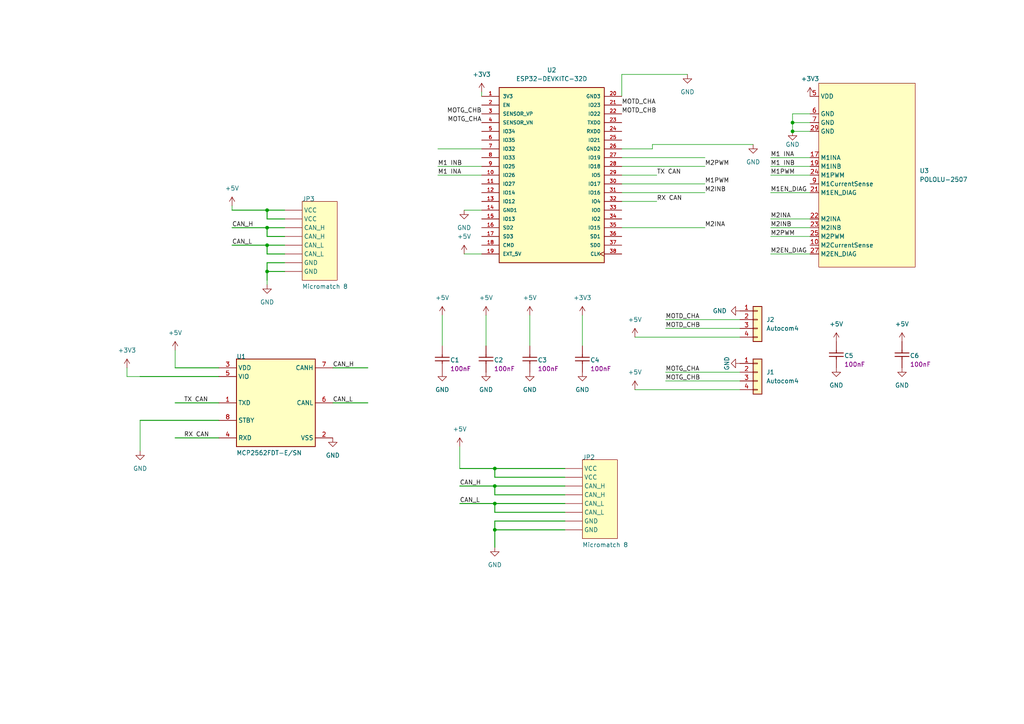
<source format=kicad_sch>
(kicad_sch (version 20231120) (generator "eeschema") (generator_version "8.0")
  (paper "A4")
  (title_block (title "Projet étudiant") (date "2022-09-29") (company "IUT de Cachan - Université Paris Saclay"))
  (lib_symbols
    (symbol "0_CRAC:POLOLU-2507"
      (property "Reference" "U" (at 3.81 5.08 0))
      (property "Value" "POLOLU-2507" (at 10.16 -50.8 0))
      (symbol "POLOLU-2507_0_1"
        (rectangle (start 2.54 3.81) (end 30.48 -49.53) (fill (type background)))
      )
      (symbol "POLOLU-2507_1_1"
        (pin output line (at 0 -43.18 0) (length 2.54) (name "M2CurrentSense") (number "10"))
        (pin input line (at 0 -17.78 0) (length 2.54) (name "M1INA") (number "17"))
        (pin input line (at 0 -20.32 0) (length 2.54) (name "M1INB") (number "19"))
        (pin input line (at 0 -27.94 0) (length 2.54) (name "M1EN_DIAG") (number "21"))
        (pin input line (at 0 -35.56 0) (length 2.54) (name "M2INA") (number "22"))
        (pin input line (at 0 -38.1 0) (length 2.54) (name "M2INB") (number "23"))
        (pin input line (at 0 -22.86 0) (length 2.54) (name "M1PWM") (number "24"))
        (pin input line (at 0 -40.64 0) (length 2.54) (name "M2PWM") (number "25"))
        (pin input line (at 0 -45.72 0) (length 2.54) (name "M2EN_DIAG") (number "27"))
        (pin power_in line (at 0 -10.16 0) (length 2.54) (name "GND") (number "29"))
        (pin power_in line (at 0 0 0) (length 2.54) (name "VDD") (number "5"))
        (pin power_in line (at 0 -5.08 0) (length 2.54) (name "GND") (number "6"))
        (pin power_in line (at 0 -7.62 0) (length 2.54) (name "GND") (number "7"))
        (pin output line (at 0 -25.4 0) (length 2.54) (name "M1CurrentSense") (number "9"))
      )
    )
    (symbol "0_Ge2:ESP32-DEVKITC-32D" (pin_names (offset 1.016))
      (property "Reference" "U" (at -15.2654 26.0604 0))
      (property "Value" "ESP32-DEVKITC-32D" (at -15.2654 -27.9654 0))
      (symbol "ESP32-DEVKITC-32D_0_0"
        (rectangle (start -15.24 -25.4) (end 15.24 25.4) (stroke (width 0.254)) (fill (type background)))
        (pin power_in line (at -20.32 22.86 0) (length 5.08) (name "3V3") (number "1"))
        (pin bidirectional line (at -20.32 0 0) (length 5.08) (name "IO26") (number "10"))
        (pin bidirectional line (at -20.32 -2.54 0) (length 5.08) (name "IO27") (number "11"))
        (pin bidirectional line (at -20.32 -5.08 0) (length 5.08) (name "IO14") (number "12"))
        (pin bidirectional line (at -20.32 -7.62 0) (length 5.08) (name "IO12") (number "13"))
        (pin power_in line (at -20.32 -10.16 0) (length 5.08) (name "GND1") (number "14"))
        (pin bidirectional line (at -20.32 -12.7 0) (length 5.08) (name "IO13") (number "15"))
        (pin bidirectional line (at -20.32 -15.24 0) (length 5.08) (name "SD2") (number "16"))
        (pin bidirectional line (at -20.32 -17.78 0) (length 5.08) (name "SD3") (number "17"))
        (pin bidirectional line (at -20.32 -20.32 0) (length 5.08) (name "CMD") (number "18"))
        (pin power_in line (at -20.32 -22.86 0) (length 5.08) (name "EXT_5V") (number "19"))
        (pin input line (at -20.32 20.32 0) (length 5.08) (name "EN") (number "2"))
        (pin power_in line (at 20.32 22.86 180) (length 5.08) (name "GND3") (number "20"))
        (pin bidirectional line (at 20.32 20.32 180) (length 5.08) (name "IO23") (number "21"))
        (pin bidirectional line (at 20.32 17.78 180) (length 5.08) (name "IO22") (number "22"))
        (pin output line (at 20.32 15.24 180) (length 5.08) (name "TXD0") (number "23"))
        (pin input line (at 20.32 12.7 180) (length 5.08) (name "RXD0") (number "24"))
        (pin bidirectional line (at 20.32 10.16 180) (length 5.08) (name "IO21") (number "25"))
        (pin power_in line (at 20.32 7.62 180) (length 5.08) (name "GND2") (number "26"))
        (pin bidirectional line (at 20.32 5.08 180) (length 5.08) (name "IO19") (number "27"))
        (pin bidirectional line (at 20.32 2.54 180) (length 5.08) (name "IO18") (number "28"))
        (pin bidirectional line (at 20.32 0 180) (length 5.08) (name "IO5") (number "29"))
        (pin input line (at -20.32 17.78 0) (length 5.08) (name "SENSOR_VP") (number "3"))
        (pin bidirectional line (at 20.32 -2.54 180) (length 5.08) (name "IO17") (number "30"))
        (pin bidirectional line (at 20.32 -5.08 180) (length 5.08) (name "IO16") (number "31"))
        (pin bidirectional line (at 20.32 -7.62 180) (length 5.08) (name "IO4") (number "32"))
        (pin bidirectional line (at 20.32 -10.16 180) (length 5.08) (name "IO0") (number "33"))
        (pin bidirectional line (at 20.32 -12.7 180) (length 5.08) (name "IO2") (number "34"))
        (pin bidirectional line (at 20.32 -15.24 180) (length 5.08) (name "IO15") (number "35"))
        (pin bidirectional line (at 20.32 -17.78 180) (length 5.08) (name "SD1") (number "36"))
        (pin bidirectional line (at 20.32 -20.32 180) (length 5.08) (name "SD0") (number "37"))
        (pin input clock (at 20.32 -22.86 180) (length 5.08) (name "CLK") (number "38"))
        (pin input line (at -20.32 15.24 0) (length 5.08) (name "SENSOR_VN") (number "4"))
        (pin bidirectional line (at -20.32 12.7 0) (length 5.08) (name "IO34") (number "5"))
        (pin bidirectional line (at -20.32 10.16 0) (length 5.08) (name "IO35") (number "6"))
        (pin bidirectional line (at -20.32 7.62 0) (length 5.08) (name "IO32") (number "7"))
        (pin bidirectional line (at -20.32 5.08 0) (length 5.08) (name "IO33") (number "8"))
        (pin bidirectional line (at -20.32 2.54 0) (length 5.08) (name "IO25") (number "9"))
      )
    )
    (symbol "0_SymbGamelGe2:Autocom4" (pin_names (offset 1.016) hide)
      (property "Reference" "J" (at 0 5.08 0))
      (property "Value" "Autocom4" (at 0 -7.62 0))
      (symbol "Autocom4_1_1"
        (rectangle (start -1.27 -4.953) (end 0 -5.207) (stroke (width 0.1524)))
        (rectangle (start -1.27 -2.413) (end 0 -2.667) (stroke (width 0.1524)))
        (rectangle (start -1.27 0.127) (end 0 -0.127) (stroke (width 0.1524)))
        (rectangle (start -1.27 2.667) (end 0 2.413) (stroke (width 0.1524)))
        (rectangle (start -1.27 3.81) (end 1.27 -6.35) (stroke (width 0.254)) (fill (type background)))
        (pin passive line (at -5.08 2.54 0) (length 3.81) (name "Pin_1") (number "1"))
        (pin passive line (at -5.08 0 0) (length 3.81) (name "Pin_2") (number "2"))
        (pin passive line (at -5.08 -2.54 0) (length 3.81) (name "Pin_3") (number "3"))
        (pin passive line (at -5.08 -5.08 0) (length 3.81) (name "Pin_4") (number "4"))
      )
    )
    (symbol "WifiCAN-altium-import:0_Conn. - CAN"
      (property "Value" "0_Conn. - CAN" (at 0 0 0))
      (symbol "0_Conn. - CAN_1_0"
        (rectangle (start 15.24 5.08) (end 5.08 -17.78) (fill (type background)))
        (pin passive line (at 0 0 0) (length 5.08) (name "VCC") (number "1"))
        (pin passive line (at 0 -12.7 0) (length 5.08) (name "GND") (number "2"))
        (pin passive line (at 0 -10.16 0) (length 5.08) (name "CAN_L") (number "3"))
        (pin passive line (at 0 -5.08 0) (length 5.08) (name "CAN_H") (number "4"))
        (pin passive line (at 0 -2.54 0) (length 5.08) (name "CAN_H") (number "5"))
        (pin passive line (at 0 -7.62 0) (length 5.08) (name "CAN_L") (number "6"))
        (pin passive line (at 0 -15.24 0) (length 5.08) (name "GND") (number "7"))
        (pin passive line (at 0 2.54 0) (length 5.08) (name "VCC") (number "8"))
      )
    )
    (symbol "WifiCAN-altium-import:0_fcb6c66e4429206983adab9201371df"
      (property "Value" "0_fcb6c66e4429206983adab9201371df" (at 0 0 0))
      (symbol "0_fcb6c66e4429206983adab9201371df_1_0"
        (rectangle (start 27.94 2.54) (end 5.08 -22.86) (stroke (width 0.254)) (fill (type background)))
        (pin input line (at 0 -10.16 0) (length 5.08) (name "TXD") (number "1"))
        (pin power_in line (at 33.02 -20.32 180) (length 5.08) (name "VSS") (number "2"))
        (pin power_in line (at 0 0 0) (length 5.08) (name "VDD") (number "3"))
        (pin output line (at 0 -20.32 0) (length 5.08) (name "RXD") (number "4"))
        (pin power_in line (at 0 -2.54 0) (length 5.08) (name "VIO") (number "5"))
        (pin bidirectional line (at 33.02 -10.16 180) (length 5.08) (name "CANL") (number "6"))
        (pin bidirectional line (at 33.02 0 180) (length 5.08) (name "CANH") (number "7"))
        (pin input line (at 0 -15.24 0) (length 5.08) (name "STBY") (number "8"))
      )
    )
    (symbol "WifiCAN-altium-import:1_Cap_np"
      (property "Value" "1_Cap_np" (at 0 0 0))
      (symbol "1_Cap_np_1_0"
        (polyline (pts (xy -2.032 4.318) (xy 2.032 4.318)) (stroke (width 0.254)))
        (polyline (pts (xy 0 2.54) (xy 0 3.302)) (stroke (width 0.254)))
        (polyline (pts (xy 0 5.08) (xy 0 4.318)) (stroke (width 0.254)))
        (polyline (pts (xy 2.032 3.302) (xy -2.032 3.302)) (stroke (width 0.254)))
        (pin passive line (at 0 0 90) (length 2.54) (name "1") (number "1"))
        (pin passive line (at 0 7.62 270) (length 2.54) (name "2") (number "2"))
      )
    )
    (symbol "power:+3V3" (power) (pin_names (offset 0))
      (property "Value" "+3V3" (at 0 3.556 0))
      (symbol "+3V3_0_1"
        (polyline (pts (xy -0.762 1.27) (xy 0 2.54)))
        (polyline (pts (xy 0 0) (xy 0 2.54)))
        (polyline (pts (xy 0 2.54) (xy 0.762 1.27)))
      )
      (symbol "+3V3_1_1"
        (pin power_in line (at 0 0 90) (length 0) hide (name "+3V3") (number "1"))
      )
    )
    (symbol "power:+5V" (power) (pin_names (offset 0))
      (property "Value" "+5V" (at 0 3.556 0))
      (symbol "+5V_0_1"
        (polyline (pts (xy -0.762 1.27) (xy 0 2.54)))
        (polyline (pts (xy 0 0) (xy 0 2.54)))
        (polyline (pts (xy 0 2.54) (xy 0.762 1.27)))
      )
      (symbol "+5V_1_1"
        (pin power_in line (at 0 0 90) (length 0) hide (name "+5V") (number "1"))
      )
    )
    (symbol "power:GND" (power) (pin_names (offset 0))
      (property "Value" "GND" (at 0 -3.81 0))
      (symbol "GND_0_1"
        (polyline (pts (xy 0 0) (xy 0 -1.27) (xy 1.27 -1.27) (xy 0 -2.54) (xy -1.27 -1.27) (xy 0 -1.27)))
      )
      (symbol "GND_1_1"
        (pin power_in line (at 0 0 270) (length 0) hide (name "GND") (number "1"))
      )
    )
  )
  (junction (at 229.87 35.56))
  (junction (at 77.47 78.74))
  (junction (at 143.51 135.89))
  (junction (at 77.47 66.04))
  (junction (at 143.51 153.67))
  (junction (at 77.47 71.12))
  (junction (at 143.51 140.97))
  (junction (at 143.51 146.05))
  (junction (at 77.47 60.96))
  (junction (at 229.87 38.1))
  (wire (pts (xy 82.55 63.5) (xy 77.47 63.5)) (stroke (width 0.254)))
  (wire (pts (xy 127 48.26) (xy 139.7 48.26)))
  (wire (pts (xy 67.31 60.96) (xy 77.47 60.96)) (stroke (width 0.254)))
  (wire (pts (xy 40.64 109.22) (xy 63.5 109.22)) (stroke (width 0.254)))
  (wire (pts (xy 77.47 76.2) (xy 77.47 78.74)) (stroke (width 0.254)))
  (wire (pts (xy 143.51 140.97) (xy 163.83 140.97)) (stroke (width 0.254)))
  (wire (pts (xy 77.47 63.5) (xy 77.47 60.96)) (stroke (width 0.254)))
  (wire (pts (xy 180.34 50.8) (xy 190.5 50.8)))
  (wire (pts (xy 143.51 143.51) (xy 143.51 140.97)) (stroke (width 0.254)))
  (wire (pts (xy 163.83 151.13) (xy 143.51 151.13)) (stroke (width 0.254)))
  (wire (pts (xy 133.35 129.54) (xy 133.35 135.89)))
  (wire (pts (xy 189.23 41.91) (xy 218.44 41.91)))
  (wire (pts (xy 143.51 148.59) (xy 143.51 146.05)) (stroke (width 0.254)))
  (wire (pts (xy 133.35 135.89) (xy 143.51 135.89)) (stroke (width 0.254)))
  (wire (pts (xy 223.52 48.26) (xy 234.95 48.26)))
  (wire (pts (xy 168.91 91.44) (xy 168.91 100.33)))
  (wire (pts (xy 180.34 58.42) (xy 190.5 58.42)))
  (wire (pts (xy 180.34 21.59) (xy 180.34 27.94)))
  (wire (pts (xy 143.51 151.13) (xy 143.51 153.67)) (stroke (width 0.254)))
  (wire (pts (xy 223.52 63.5) (xy 234.95 63.5)))
  (wire (pts (xy 223.52 68.58) (xy 234.95 68.58)))
  (wire (pts (xy 106.68 116.84) (xy 96.52 116.84)) (stroke (width 0.254)))
  (wire (pts (xy 50.8 116.84) (xy 63.5 116.84)) (stroke (width 0.254)))
  (wire (pts (xy 223.52 73.66) (xy 234.95 73.66)))
  (wire (pts (xy 229.87 33.02) (xy 234.95 33.02)))
  (wire (pts (xy 127 50.8) (xy 139.7 50.8)))
  (wire (pts (xy 163.83 143.51) (xy 143.51 143.51)) (stroke (width 0.254)))
  (wire (pts (xy 82.55 73.66) (xy 77.47 73.66)) (stroke (width 0.254)))
  (wire (pts (xy 163.83 148.59) (xy 143.51 148.59)) (stroke (width 0.254)))
  (wire (pts (xy 77.47 60.96) (xy 82.55 60.96)) (stroke (width 0.254)))
  (wire (pts (xy 163.83 153.67) (xy 143.51 153.67)) (stroke (width 0.254)))
  (wire (pts (xy 67.31 59.69) (xy 67.31 60.96)))
  (wire (pts (xy 223.52 50.8) (xy 234.95 50.8)))
  (wire (pts (xy 143.51 135.89) (xy 163.83 135.89)) (stroke (width 0.254)))
  (wire (pts (xy 133.35 140.97) (xy 143.51 140.97)) (stroke (width 0.254)))
  (wire (pts (xy 40.64 109.22) (xy 36.83 109.22)))
  (wire (pts (xy 128.27 91.44) (xy 128.27 100.33)))
  (wire (pts (xy 229.87 35.56) (xy 234.95 35.56)))
  (wire (pts (xy 67.31 71.12) (xy 77.47 71.12)) (stroke (width 0.254)))
  (wire (pts (xy 199.39 21.59) (xy 180.34 21.59)))
  (wire (pts (xy 82.55 78.74) (xy 77.47 78.74)) (stroke (width 0.254)))
  (wire (pts (xy 223.52 66.04) (xy 234.95 66.04)))
  (wire (pts (xy 77.47 78.74) (xy 77.47 81.28)) (stroke (width 0.254)))
  (wire (pts (xy 223.52 55.88) (xy 234.95 55.88)))
  (wire (pts (xy 77.47 68.58) (xy 77.47 66.04)) (stroke (width 0.254)))
  (wire (pts (xy 193.04 107.95) (xy 214.63 107.95)))
  (wire (pts (xy 180.34 48.26) (xy 204.47 48.26)))
  (wire (pts (xy 193.04 92.71) (xy 214.63 92.71)))
  (wire (pts (xy 127 43.18) (xy 139.7 43.18)))
  (wire (pts (xy 82.55 68.58) (xy 77.47 68.58)) (stroke (width 0.254)))
  (wire (pts (xy 140.97 91.44) (xy 140.97 100.33)))
  (wire (pts (xy 180.34 55.88) (xy 204.47 55.88)))
  (wire (pts (xy 143.51 146.05) (xy 163.83 146.05)) (stroke (width 0.254)))
  (wire (pts (xy 193.04 95.25) (xy 214.63 95.25)))
  (wire (pts (xy 139.7 26.67) (xy 139.7 27.94)))
  (wire (pts (xy 180.34 43.18) (xy 189.23 43.18)))
  (wire (pts (xy 223.52 45.72) (xy 234.95 45.72)))
  (wire (pts (xy 77.47 71.12) (xy 82.55 71.12)) (stroke (width 0.254)))
  (wire (pts (xy 163.83 138.43) (xy 143.51 138.43)) (stroke (width 0.254)))
  (wire (pts (xy 77.47 66.04) (xy 82.55 66.04)) (stroke (width 0.254)))
  (wire (pts (xy 229.87 38.1) (xy 234.95 38.1)))
  (wire (pts (xy 180.34 66.04) (xy 204.47 66.04)))
  (wire (pts (xy 40.64 121.92) (xy 40.64 130.81)))
  (wire (pts (xy 133.35 146.05) (xy 143.51 146.05)) (stroke (width 0.254)))
  (wire (pts (xy 153.67 91.44) (xy 153.67 100.33)))
  (wire (pts (xy 40.64 121.92) (xy 63.5 121.92)) (stroke (width 0.254)))
  (wire (pts (xy 67.31 66.04) (xy 77.47 66.04)) (stroke (width 0.254)))
  (wire (pts (xy 229.87 33.02) (xy 229.87 35.56)))
  (wire (pts (xy 50.8 101.6) (xy 50.8 106.68)))
  (wire (pts (xy 134.62 60.96) (xy 139.7 60.96)))
  (wire (pts (xy 36.83 106.68) (xy 36.83 109.22)))
  (wire (pts (xy 189.23 43.18) (xy 189.23 41.91)))
  (wire (pts (xy 184.15 113.03) (xy 214.63 113.03)))
  (wire (pts (xy 180.34 45.72) (xy 204.47 45.72)))
  (wire (pts (xy 180.34 53.34) (xy 204.47 53.34)))
  (wire (pts (xy 184.15 97.79) (xy 214.63 97.79)))
  (wire (pts (xy 229.87 35.56) (xy 229.87 38.1)))
  (wire (pts (xy 193.04 110.49) (xy 214.63 110.49)))
  (wire (pts (xy 106.68 106.68) (xy 96.52 106.68)) (stroke (width 0.254)))
  (wire (pts (xy 77.47 73.66) (xy 77.47 71.12)) (stroke (width 0.254)))
  (wire (pts (xy 50.8 106.68) (xy 63.5 106.68)) (stroke (width 0.254)))
  (wire (pts (xy 134.62 73.66) (xy 139.7 73.66)))
  (wire (pts (xy 50.8 127) (xy 63.5 127)) (stroke (width 0.254)))
  (wire (pts (xy 143.51 138.43) (xy 143.51 135.89)) (stroke (width 0.254)))
  (wire (pts (xy 77.47 81.28) (xy 77.47 82.55)))
  (wire (pts (xy 82.55 76.2) (xy 77.47 76.2)) (stroke (width 0.254)))
  (wire (pts (xy 143.51 153.67) (xy 143.51 158.75)) (stroke (width 0.254)))
  (label "CAN_H" (at 96.52 106.68 0))
  (label "M2PWM" (at 204.47 48.26 0))
  (label "M1 INB" (at 223.52 48.26 0))
  (label "MOTD_CHA" (at 193.04 92.71 0))
  (label "RX CAN" (at 190.5 58.42 0))
  (label "CAN_L" (at 133.35 146.05 0))
  (label "M2INB" (at 223.52 66.04 0))
  (label "M1 INB" (at 127 48.26 0))
  (label "CAN_L" (at 96.52 116.84 0))
  (label "M2PWM" (at 223.52 68.58 0))
  (label "M1EN_DIAG" (at 223.52 55.88 0))
  (label "CAN_H" (at 133.35 140.97 0))
  (label "CAN_H" (at 67.31 66.04 0))
  (label "MOTG_CHB" (at 193.04 110.49 0))
  (label "M1 INA" (at 223.52 45.72 0))
  (label "MOTD_CHB" (at 193.04 95.25 0))
  (label "MOTD_CHA" (at 180.34 30.48 0))
  (label "M2INA" (at 204.47 66.04 0))
  (label "M2EN_DIAG" (at 223.52 73.66 0))
  (label "M2INA" (at 223.52 63.5 0))
  (label "RX CAN" (at 53.34 127 0))
  (label "MOTG_CHB" (at 139.7 33.02 180))
  (label "M1 INA" (at 127 50.8 0))
  (label "CAN_L" (at 67.31 71.12 0))
  (label "M1PWM" (at 223.52 50.8 0))
  (label "TX CAN" (at 190.5 50.8 0))
  (label "TX CAN" (at 53.34 116.84 0))
  (label "M2INB" (at 204.47 55.88 0))
  (label "MOTG_CHA" (at 193.04 107.95 0))
  (label "MOTG_CHA" (at 139.7 35.56 180))
  (label "MOTD_CHB" (at 180.34 33.02 0))
  (label "M1PWM" (at 204.47 53.34 0))
  (symbol (lib_id "power:GND") (at 140.97 107.95 0) (unit 1)
    (property "Reference" "#PWR0108" (effects (hide yes)))
    (property "Value" "GND" (at 140.97 113.03 0))
  )
  (symbol (lib_id "power:+5V") (at 50.8 101.6 0) (unit 1)
    (property "Reference" "#PWR0111" (effects (hide yes)))
    (property "Value" "+5V" (at 50.8 96.52 0))
  )
  (symbol (lib_id "power:+3V3") (at 36.83 106.68 0) (unit 1)
    (property "Reference" "#PWR0112" (effects (hide yes)))
    (property "Value" "+3V3" (at 36.83 101.6 0))
  )
  (symbol (lib_id "power:+5V") (at 184.15 113.03 0) (unit 1)
    (property "Reference" "#PWR0103" (effects (hide yes)))
    (property "Value" "+5V" (at 184.15 107.95 0))
  )
  (symbol (lib_id "power:GND") (at 143.51 158.75 0) (unit 1)
    (property "Reference" "#PWR0105" (effects (hide yes)))
    (property "Value" "GND" (at 143.51 163.83 0))
  )
  (symbol (lib_id "WifiCAN-altium-import:1_Cap_np") (at 140.97 107.95 0) (unit 1)
    (property "Reference" "C2" (at 143.256 105.156 0) (effects (justify left bottom)))
    (property "Value" "${ALTIUM_VALUE}" (effects (hide yes)))
    (property "Footprint" "0603-C" (effects (hide yes)))
    (property "PUBLISHED" "8-Jun-2000" (effects (hide yes)))
    (property "REVISION" "July-2002: Re-released for DXP Platform." (effects (hide yes)))
    (property "PUBLISHER" "Altium Limited" (effects (hide yes)))
    (property "SUPPLIER 1" "Farnell" (effects (hide yes)))
    (property "SUPPLIER PART NUMBER 1" "1760085" (effects (hide yes)))
    (property "ALTIUM_VALUE" "100nF" (at 143.256 107.696 0) (effects (justify left bottom)))
  )
  (symbol (lib_id "0_Ge2:ESP32-DEVKITC-32D") (at 160.02 50.8 0) (unit 1)
    (property "Reference" "U2" (at 160.02 20.32 0))
    (property "Value" "ESP32-DEVKITC-32D" (at 160.02 22.86 0))
    (property "Footprint" "FootprintGe2:MODULE_ESP32-DEVKITC-32D" (effects (hide yes)))
    (property "PARTREV" "4" (effects (hide yes)))
    (property "MANUFACTURER" "Espressif Systems" (effects (hide yes)))
  )
  (symbol (lib_id "power:GND") (at 77.47 82.55 0) (unit 1)
    (property "Reference" "#PWR0109" (effects (hide yes)))
    (property "Value" "GND" (at 77.47 87.63 0))
  )
  (symbol (lib_id "power:+5V") (at 261.62 99.06 0) (unit 1)
    (property "Reference" "#PWR0128" (effects (hide yes)))
    (property "Value" "+5V" (at 261.62 93.98 0))
  )
  (symbol (lib_id "power:+5V") (at 140.97 91.44 0) (unit 1)
    (property "Reference" "#PWR0122" (effects (hide yes)))
    (property "Value" "+5V" (at 140.97 86.36 0))
  )
  (symbol (lib_id "power:+5V") (at 133.35 129.54 0) (unit 1)
    (property "Reference" "#PWR0106" (effects (hide yes)))
    (property "Value" "+5V" (at 133.35 124.46 0))
  )
  (symbol (lib_id "power:+5V") (at 184.15 97.79 0) (unit 1)
    (property "Reference" "#PWR0102" (effects (hide yes)))
    (property "Value" "+5V" (at 184.15 92.71 0))
  )
  (symbol (lib_id "power:GND") (at 96.52 127 0) (unit 1)
    (property "Reference" "#PWR0115" (effects (hide yes)))
    (property "Value" "GND" (at 96.52 132.08 0))
  )
  (symbol (lib_id "power:GND") (at 40.64 130.81 0) (unit 1)
    (property "Reference" "#PWR0113" (effects (hide yes)))
    (property "Value" "GND" (at 40.64 135.89 0))
  )
  (symbol (lib_id "power:GND") (at 214.63 105.41 270) (unit 1)
    (property "Reference" "#PWR0132" (effects (hide yes)))
    (property "Value" "GND" (at 210.82 105.41 0))
  )
  (symbol (lib_id "power:+5V") (at 128.27 91.44 0) (unit 1)
    (property "Reference" "#PWR0123" (effects (hide yes)))
    (property "Value" "+5V" (at 128.27 86.36 0))
  )
  (symbol (lib_id "power:GND") (at 134.62 60.96 0) (unit 1)
    (property "Reference" "#PWR0124" (effects (hide yes)))
    (property "Value" "GND" (at 134.62 66.04 0))
  )
  (symbol (lib_id "power:GND") (at 214.63 90.17 270) (unit 1)
    (property "Reference" "#PWR0131" (effects (hide yes)))
    (property "Value" "GND" (at 210.793 90.1699 90) (effects (justify right)))
  )
  (symbol (lib_id "power:+5V") (at 153.67 91.44 0) (unit 1)
    (property "Reference" "#PWR0104" (effects (hide yes)))
    (property "Value" "+5V" (at 153.67 86.36 0))
  )
  (symbol (lib_id "power:GND") (at 168.91 107.95 0) (unit 1)
    (property "Reference" "#PWR0117" (effects (hide yes)))
    (property "Value" "GND" (at 168.91 113.03 0))
  )
  (symbol (lib_id "power:GND") (at 199.39 21.59 0) (unit 1)
    (property "Reference" "#PWR0125" (effects (hide yes)))
    (property "Value" "GND" (at 199.39 26.67 0))
  )
  (symbol (lib_id "power:+5V") (at 67.31 59.69 0) (unit 1)
    (property "Reference" "#PWR0114" (effects (hide yes)))
    (property "Value" "+5V" (at 67.31 54.61 0))
  )
  (symbol (lib_id "WifiCAN-altium-import:1_Cap_np") (at 128.27 107.95 0) (unit 1)
    (property "Reference" "C1" (at 130.556 105.156 0) (effects (justify left bottom)))
    (property "Value" "${ALTIUM_VALUE}" (effects (hide yes)))
    (property "Footprint" "0603-C" (effects (hide yes)))
    (property "PUBLISHED" "8-Jun-2000" (effects (hide yes)))
    (property "REVISION" "July-2002: Re-released for DXP Platform." (effects (hide yes)))
    (property "PUBLISHER" "Altium Limited" (effects (hide yes)))
    (property "SUPPLIER 1" "Farnell" (effects (hide yes)))
    (property "SUPPLIER PART NUMBER 1" "1760085" (effects (hide yes)))
    (property "ALTIUM_VALUE" "100nF" (at 130.556 107.696 0) (effects (justify left bottom)))
  )
  (symbol (lib_id "WifiCAN-altium-import:1_Cap_np") (at 168.91 107.95 0) (unit 1)
    (property "Reference" "C4" (at 171.196 105.156 0) (effects (justify left bottom)))
    (property "Value" "${ALTIUM_VALUE}" (effects (hide yes)))
    (property "Footprint" "0603-C" (effects (hide yes)))
    (property "PUBLISHED" "8-Jun-2000" (effects (hide yes)))
    (property "REVISION" "July-2002: Re-released for DXP Platform." (effects (hide yes)))
    (property "PUBLISHER" "Altium Limited" (effects (hide yes)))
    (property "SUPPLIER 1" "Farnell" (effects (hide yes)))
    (property "SUPPLIER PART NUMBER 1" "1760085" (effects (hide yes)))
    (property "ALTIUM_VALUE" "100nF" (at 171.196 107.696 0) (effects (justify left bottom)))
  )
  (symbol (lib_id "power:GND") (at 242.57 106.68 0) (unit 1)
    (property "Reference" "#PWR0119" (effects (hide yes)))
    (property "Value" "GND" (at 242.57 111.76 0))
  )
  (symbol (lib_id "power:+5V") (at 242.57 99.06 0) (unit 1)
    (property "Reference" "#PWR0118" (effects (hide yes)))
    (property "Value" "+5V" (at 242.57 93.98 0))
  )
  (symbol (lib_id "power:+3V3") (at 234.95 27.94 0) (unit 1)
    (property "Reference" "#PWR0120" (effects (hide yes)))
    (property "Value" "+3V3" (at 234.95 22.86 0))
  )
  (symbol (lib_id "0_CRAC:POLOLU-2507") (at 234.95 27.94 0) (unit 1)
    (property "Reference" "U3" (at 266.7 49.5299 0) (effects (justify left)))
    (property "Value" "POLOLU-2507" (at 266.7 52.0699 0) (effects (justify left)))
    (property "Footprint" "FootprintCRAC:POLOLU-2507" (effects (hide yes)))
    (property "Datasheet" "https://www.pololu.com/docs/0J49/all" (effects (hide yes)))
  )
  (symbol (lib_id "WifiCAN-altium-import:1_Cap_np") (at 242.57 106.68 0) (unit 1)
    (property "Reference" "C5" (at 244.856 103.886 0) (effects (justify left bottom)))
    (property "Value" "${ALTIUM_VALUE}" (effects (hide yes)))
    (property "Footprint" "0603-C" (effects (hide yes)))
    (property "PUBLISHED" "8-Jun-2000" (effects (hide yes)))
    (property "REVISION" "July-2002: Re-released for DXP Platform." (effects (hide yes)))
    (property "PUBLISHER" "Altium Limited" (effects (hide yes)))
    (property "SUPPLIER 1" "Farnell" (effects (hide yes)))
    (property "SUPPLIER PART NUMBER 1" "1760085" (effects (hide yes)))
    (property "ALTIUM_VALUE" "100nF" (at 244.856 106.426 0) (effects (justify left bottom)))
  )
  (symbol (lib_id "power:+5V") (at 134.62 73.66 0) (unit 1)
    (property "Reference" "#PWR0101" (effects (hide yes)))
    (property "Value" "+5V" (at 134.62 68.58 0))
  )
  (symbol (lib_id "WifiCAN-altium-import:0_fcb6c66e4429206983adab9201371df") (at 63.5 106.68 0) (unit 1)
    (property "Reference" "U1" (at 68.58 104.14 0) (effects (justify left bottom)))
    (property "Value" "MCP2562FDT-E/SN" (at 68.58 132.08 0) (effects (justify left bottom)))
    (property "Footprint" "FP-C04-057-SN-MFG" (effects (hide yes)))
    (property "WEIGHT" "0.019048oz" (effects (hide yes)))
    (property "PACKAGE QUANTITY" "3300" (effects (hide yes)))
    (property "CASE/PACKAGE" "SOIC" (effects (hide yes)))
    (property "OPERATING SUPPLY CURRENT" "70mA" (effects (hide yes)))
    (property "MOUNT" "Surface Mount" (effects (hide yes)))
    (property "DATA RATE" "8Mbps" (effects (hide yes)))
    (property "NUMBER OF TRANSCEIVERS" "1" (effects (hide yes)))
    (property "MAX OPERATING TEMPERATURE" "125°C" (effects (hide yes)))
    (property "MIN OPERATING TEMPERATURE" "-40°C" (effects (hide yes)))
    (property "RECEIVER HYSTERESIS" "200mV" (effects (hide yes)))
    (property "PACKAGING" "Tape and Reel" (effects (hide yes)))
    (property "MAX SUPPLY VOLTAGE" "5.5V" (effects (hide yes)))
    (property "NUMBER OF PINS" "8" (effects (hide yes)))
    (property "MIN SUPPLY VOLTAGE" "4.5V" (effects (hide yes)))
  )
  (symbol (lib_id "power:GND") (at 229.87 38.1 0) (unit 1)
    (property "Reference" "#PWR0127" (effects (hide yes)))
    (property "Value" "GND" (at 229.87 41.91 0))
  )
  (symbol (lib_id "0_SymbGamelGe2:Autocom4") (at 219.71 92.71 0) (unit 1)
    (property "Reference" "J2" (at 222.25 92.7099 0) (effects (justify left)))
    (property "Value" "Autocom4" (at 222.25 95.2499 0) (effects (justify left)))
    (property "Footprint" "FootprintGamelGe2:Autocom4" (effects (hide yes)))
  )
  (symbol (lib_id "WifiCAN-altium-import:1_Cap_np") (at 261.62 106.68 0) (unit 1)
    (property "Reference" "C6" (at 263.906 103.886 0) (effects (justify left bottom)))
    (property "Value" "${ALTIUM_VALUE}" (effects (hide yes)))
    (property "Footprint" "0603-C" (effects (hide yes)))
    (property "PUBLISHED" "8-Jun-2000" (effects (hide yes)))
    (property "REVISION" "July-2002: Re-released for DXP Platform." (effects (hide yes)))
    (property "PUBLISHER" "Altium Limited" (effects (hide yes)))
    (property "SUPPLIER 1" "Farnell" (effects (hide yes)))
    (property "SUPPLIER PART NUMBER 1" "1760085" (effects (hide yes)))
    (property "ALTIUM_VALUE" "100nF" (at 263.906 106.426 0) (effects (justify left bottom)))
  )
  (symbol (lib_id "power:GND") (at 261.62 106.68 0) (unit 1)
    (property "Reference" "#PWR0129" (effects (hide yes)))
    (property "Value" "GND" (at 261.62 111.76 0))
  )
  (symbol (lib_id "WifiCAN-altium-import:0_Conn. - CAN") (at 163.83 138.43 0) (unit 1)
    (property "Reference" "JP2" (at 168.91 133.35 0) (effects (justify left bottom)))
    (property "Value" "Micromatch 8" (at 168.91 158.75 0) (effects (justify left bottom)))
    (property "Footprint" "MM 8 CMS F" (effects (hide yes)))
    (property "COMPONENTLINK1URL" "http://www.tycoelectronics.com/commerce/DocumentDelivery/DDEController?Action=srchrtrv&DocNm=215083&DocType=Customer+Drawing&DocLang=English" (effects (hide yes)))
    (property "COMPONENTLINK1DESCRIPTION" "Datasheet" (effects (hide yes)))
    (property "SUPPLIER 1" "Farnell" (effects (hide yes)))
    (property "SUPPLIER PART NUMBER 1" "3784733" (effects (hide yes)))
    (property "MANUFACTURER" "TE CONNECTIVITY / AMP" (effects (hide yes)))
    (property "MANUFACTURER PART NUMBER" "7-188275-8" (effects (hide yes)))
    (property "ROHS" "YES" (effects (hide yes)))
    (property "STOCK 1" "13392" (effects (hide yes)))
    (property "PRICING 1" "10=0,92, 250=0,72, 900=0,64 (EUR)" (effects (hide yes)))
    (property "SÉRIE" "Micro-MaTch" (effects (hide yes)))
    (property "PAS" "1.27" (effects (hide yes)))
    (property "NOMBRE DE RANGÉES" "1" (effects (hide yes)))
    (property "NOMBRE DE CONTACTS" "8" (effects (hide yes)))
    (property "GENRE" "Embase" (effects (hide yes)))
    (property "TERMINAISON DU CONTACT" "Montage en surface vertical" (effects (hide yes)))
    (property "PLAQUAGE DU CONTACT" "Tin" (effects (hide yes)))
    (property "MATÉRIAU DU CONTACT" "Bronze phosphoreux" (effects (hide yes)))
    (property "CONNECTOR TYPE" "Board to Board" (effects (hide yes)))
    (property "COURANT DE CONTACT" "1.5" (effects (hide yes)))
    (property "MATIÈRE, CONTACT" "Bronze phosphoreux" (effects (hide yes)))
    (property "MÉTHODE DE TERMINAISON" "Solder" (effects (hide yes)))
    (property "NOMBRE DE PÂLES" "8" (effects (hide yes)))
    (property "NOMBRE DE VOIES" "8" (effects (hide yes)))
    (property "NUMÉRO AWG MAX.." "28" (effects (hide yes)))
    (property "PLAQUAGE CONTACT" "Etain / Plomb" (effects (hide yes)))
    (property "RÉSISTANCE, CONTACT" "50" (effects (hide yes)))
    (property "TEMPÉRATURE DE FONCTIONNEMENT MAX.." "105" (effects (hide yes)))
    (property "TEMPÉRATURE D'UTILISATION MIN" "-40" (effects (hide yes)))
    (property "TENSION C.A." "230" (effects (hide yes)))
    (property "TYPE DE BOITIER" "Polyester chargé verre" (effects (hide yes)))
    (property "TYPE DE CONNECTEUR" "Carte-à-carte" (effects (hide yes)))
    (property "COMPONENTLINK2URL" "http://www.tycoelectronics.com/commerce/DocumentDelivery/DDEController?Action=srchrtrv&DocNm=7-188275-8&DocType=Customer+View+Model&DocLang=English" (effects (hide yes)))
    (property "COMPONENTLINK2DESCRIPTION" "http://www.tycoelectronics.com/commerce/DocumentDelivery/DDEController?Action=srchrtrv&DocNm=7-188275-8&DocType=Customer+View+Model&DocLang=English" (effects (hide yes)))
    (property "COMPONENTLINK3URL" "http://www.farnell.com/datasheets/102135.pdf" (effects (hide yes)))
    (property "COMPONENTLINK3DESCRIPTION" "http://www.farnell.com/datasheets/102135.pdf" (effects (hide yes)))
  )
  (symbol (lib_id "power:GND") (at 218.44 41.91 0) (unit 1)
    (property "Reference" "#PWR0126" (effects (hide yes)))
    (property "Value" "GND" (at 218.44 46.99 0))
  )
  (symbol (lib_id "power:GND") (at 153.67 107.95 0) (unit 1)
    (property "Reference" "#PWR0110" (effects (hide yes)))
    (property "Value" "GND" (at 153.67 113.03 0))
  )
  (symbol (lib_id "power:+3V3") (at 139.7 26.67 0) (unit 1)
    (property "Reference" "#PWR0121" (effects (hide yes)))
    (property "Value" "+3V3" (at 139.7 21.59 0))
  )
  (symbol (lib_id "power:GND") (at 128.27 107.95 0) (unit 1)
    (property "Reference" "#PWR0107" (effects (hide yes)))
    (property "Value" "GND" (at 128.27 113.03 0))
  )
  (symbol (lib_id "power:+3V3") (at 168.91 91.44 0) (unit 1)
    (property "Reference" "#PWR0116" (effects (hide yes)))
    (property "Value" "+3V3" (at 168.91 86.36 0))
  )
  (symbol (lib_id "WifiCAN-altium-import:0_Conn. - CAN") (at 82.55 63.5 0) (unit 1)
    (property "Reference" "JP3" (at 87.63 58.42 0) (effects (justify left bottom)))
    (property "Value" "Micromatch 8" (at 87.63 83.82 0) (effects (justify left bottom)))
    (property "Footprint" "MM 8 CMS F" (effects (hide yes)))
    (property "COMPONENTLINK1URL" "http://www.tycoelectronics.com/commerce/DocumentDelivery/DDEController?Action=srchrtrv&DocNm=215083&DocType=Customer+Drawing&DocLang=English" (effects (hide yes)))
    (property "COMPONENTLINK1DESCRIPTION" "Datasheet" (effects (hide yes)))
    (property "SUPPLIER 1" "Farnell" (effects (hide yes)))
    (property "SUPPLIER PART NUMBER 1" "3784733" (effects (hide yes)))
    (property "MANUFACTURER" "TE CONNECTIVITY / AMP" (effects (hide yes)))
    (property "MANUFACTURER PART NUMBER" "7-188275-8" (effects (hide yes)))
    (property "ROHS" "YES" (effects (hide yes)))
    (property "STOCK 1" "13392" (effects (hide yes)))
    (property "PRICING 1" "10=0,92, 250=0,72, 900=0,64 (EUR)" (effects (hide yes)))
    (property "SÉRIE" "Micro-MaTch" (effects (hide yes)))
    (property "PAS" "1.27" (effects (hide yes)))
    (property "NOMBRE DE RANGÉES" "1" (effects (hide yes)))
    (property "NOMBRE DE CONTACTS" "8" (effects (hide yes)))
    (property "GENRE" "Embase" (effects (hide yes)))
    (property "TERMINAISON DU CONTACT" "Montage en surface vertical" (effects (hide yes)))
    (property "PLAQUAGE DU CONTACT" "Tin" (effects (hide yes)))
    (property "MATÉRIAU DU CONTACT" "Bronze phosphoreux" (effects (hide yes)))
    (property "CONNECTOR TYPE" "Board to Board" (effects (hide yes)))
    (property "COURANT DE CONTACT" "1.5" (effects (hide yes)))
    (property "MATIÈRE, CONTACT" "Bronze phosphoreux" (effects (hide yes)))
    (property "MÉTHODE DE TERMINAISON" "Solder" (effects (hide yes)))
    (property "NOMBRE DE PÂLES" "8" (effects (hide yes)))
    (property "NOMBRE DE VOIES" "8" (effects (hide yes)))
    (property "NUMÉRO AWG MAX.." "28" (effects (hide yes)))
    (property "PLAQUAGE CONTACT" "Etain / Plomb" (effects (hide yes)))
    (property "RÉSISTANCE, CONTACT" "50" (effects (hide yes)))
    (property "TEMPÉRATURE DE FONCTIONNEMENT MAX.." "105" (effects (hide yes)))
    (property "TEMPÉRATURE D'UTILISATION MIN" "-40" (effects (hide yes)))
    (property "TENSION C.A." "230" (effects (hide yes)))
    (property "TYPE DE BOITIER" "Polyester chargé verre" (effects (hide yes)))
    (property "TYPE DE CONNECTEUR" "Carte-à-carte" (effects (hide yes)))
    (property "COMPONENTLINK2URL" "http://www.tycoelectronics.com/commerce/DocumentDelivery/DDEController?Action=srchrtrv&DocNm=7-188275-8&DocType=Customer+View+Model&DocLang=English" (effects (hide yes)))
    (property "COMPONENTLINK2DESCRIPTION" "http://www.tycoelectronics.com/commerce/DocumentDelivery/DDEController?Action=srchrtrv&DocNm=7-188275-8&DocType=Customer+View+Model&DocLang=English" (effects (hide yes)))
    (property "COMPONENTLINK3URL" "http://www.farnell.com/datasheets/102135.pdf" (effects (hide yes)))
    (property "COMPONENTLINK3DESCRIPTION" "http://www.farnell.com/datasheets/102135.pdf" (effects (hide yes)))
  )
  (symbol (lib_id "0_SymbGamelGe2:Autocom4") (at 219.71 107.95 0) (unit 1)
    (property "Reference" "J1" (at 222.25 107.9499 0) (effects (justify left)))
    (property "Value" "Autocom4" (at 222.25 110.4899 0) (effects (justify left)))
    (property "Footprint" "FootprintGamelGe2:Autocom4" (effects (hide yes)))
  )
  (symbol (lib_id "WifiCAN-altium-import:1_Cap_np") (at 153.67 107.95 0) (unit 1)
    (property "Reference" "C3" (at 155.956 105.156 0) (effects (justify left bottom)))
    (property "Value" "${ALTIUM_VALUE}" (effects (hide yes)))
    (property "Footprint" "0603-C" (effects (hide yes)))
    (property "PUBLISHED" "8-Jun-2000" (effects (hide yes)))
    (property "REVISION" "July-2002: Re-released for DXP Platform." (effects (hide yes)))
    (property "PUBLISHER" "Altium Limited" (effects (hide yes)))
    (property "SUPPLIER 1" "Farnell" (effects (hide yes)))
    (property "SUPPLIER PART NUMBER 1" "1760085" (effects (hide yes)))
    (property "ALTIUM_VALUE" "100nF" (at 155.956 107.696 0) (effects (justify left bottom)))
  )
)
</source>
